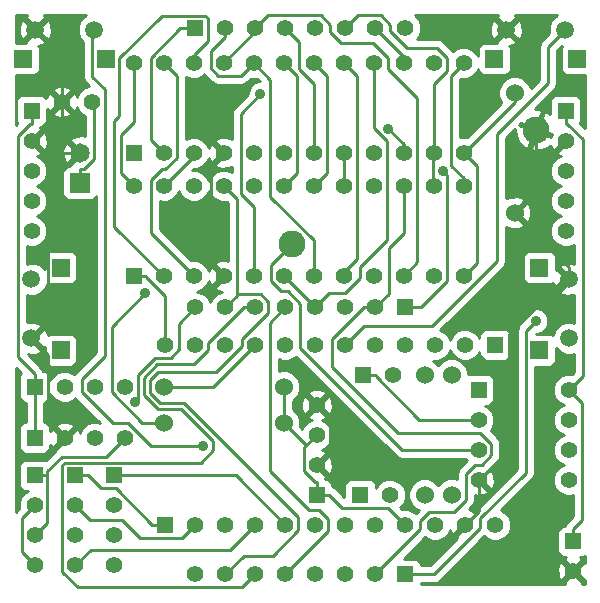
<source format=gbl>
G04 (created by PCBNEW (2013-07-07 BZR 4022)-stable) date 01/06/2014 15:28:08*
%MOIN*%
G04 Gerber Fmt 3.4, Leading zero omitted, Abs format*
%FSLAX34Y34*%
G01*
G70*
G90*
G04 APERTURE LIST*
%ADD10C,0.00590551*%
%ADD11R,0.055X0.055*%
%ADD12C,0.055*%
%ADD13C,0.06*%
%ADD14R,0.065X0.065*%
%ADD15C,0.065*%
%ADD16C,0.09*%
%ADD17C,0.0590551*%
%ADD18R,0.0590551X0.0590551*%
%ADD19C,0.035*%
%ADD20C,0.01*%
G04 APERTURE END LIST*
G54D10*
G54D11*
X78750Y-29450D03*
G54D12*
X79750Y-29450D03*
X80750Y-29450D03*
X81750Y-29450D03*
X82750Y-29450D03*
X83750Y-29450D03*
X84750Y-29450D03*
X85750Y-29450D03*
G54D11*
X85750Y-47650D03*
G54D12*
X84750Y-47650D03*
X83750Y-47650D03*
X82750Y-47650D03*
X81750Y-47650D03*
X80750Y-47650D03*
X79750Y-47650D03*
X78750Y-47650D03*
G54D13*
X89400Y-31600D03*
X89400Y-35600D03*
X81700Y-42600D03*
X77700Y-42600D03*
G54D11*
X76700Y-33600D03*
G54D12*
X77700Y-33600D03*
X78700Y-33600D03*
X79700Y-33600D03*
X80700Y-33600D03*
X81700Y-33600D03*
X82700Y-33600D03*
X83700Y-33600D03*
X84700Y-33600D03*
X85700Y-33600D03*
X86700Y-33600D03*
X87700Y-33600D03*
X87700Y-30600D03*
X86700Y-30600D03*
X85700Y-30600D03*
X84700Y-30600D03*
X83700Y-30600D03*
X82700Y-30600D03*
X81700Y-30600D03*
X80700Y-30600D03*
X79700Y-30600D03*
X78700Y-30600D03*
X77700Y-30600D03*
X76700Y-30600D03*
G54D14*
X74900Y-34600D03*
G54D15*
X74900Y-33600D03*
G54D12*
X74300Y-31900D03*
X75300Y-31900D03*
G54D11*
X85750Y-38750D03*
G54D12*
X84750Y-38750D03*
X83750Y-38750D03*
X82750Y-38750D03*
X81750Y-38750D03*
X80750Y-38750D03*
X79750Y-38750D03*
X78750Y-38750D03*
G54D11*
X77750Y-46000D03*
G54D12*
X78750Y-46000D03*
X79750Y-46000D03*
X80750Y-46000D03*
X81750Y-46000D03*
X82750Y-46000D03*
X83750Y-46000D03*
X84750Y-46000D03*
X85750Y-46000D03*
X86750Y-46000D03*
X87750Y-46000D03*
X88750Y-46000D03*
G54D11*
X88750Y-40000D03*
G54D12*
X87750Y-40000D03*
X86750Y-40000D03*
X85750Y-40000D03*
X84750Y-40000D03*
X83750Y-40000D03*
X82750Y-40000D03*
X81750Y-40000D03*
X80750Y-40000D03*
X79750Y-40000D03*
X78750Y-40000D03*
X77750Y-40000D03*
G54D11*
X76700Y-37700D03*
G54D12*
X77700Y-37700D03*
X78700Y-37700D03*
X79700Y-37700D03*
X80700Y-37700D03*
X81700Y-37700D03*
X82700Y-37700D03*
X83700Y-37700D03*
X84700Y-37700D03*
X85700Y-37700D03*
X86700Y-37700D03*
X87700Y-37700D03*
X87700Y-34700D03*
X86700Y-34700D03*
X85700Y-34700D03*
X84700Y-34700D03*
X83700Y-34700D03*
X82700Y-34700D03*
X81700Y-34700D03*
X80700Y-34700D03*
X79700Y-34700D03*
X78700Y-34700D03*
X77700Y-34700D03*
X76700Y-34700D03*
G54D11*
X73400Y-43100D03*
G54D12*
X74400Y-43100D03*
X75400Y-43100D03*
X76400Y-43100D03*
G54D11*
X84250Y-45000D03*
G54D12*
X85250Y-45000D03*
G54D13*
X81700Y-41400D03*
X77700Y-41400D03*
X87300Y-45000D03*
X87300Y-41000D03*
X86400Y-45000D03*
X86400Y-41000D03*
G54D11*
X88200Y-41500D03*
G54D12*
X88200Y-42500D03*
X88200Y-43500D03*
X88200Y-44500D03*
X91200Y-44500D03*
X91200Y-43500D03*
X91200Y-42500D03*
X91200Y-41500D03*
G54D16*
X90118Y-32832D03*
X81962Y-36635D03*
G54D11*
X73400Y-41400D03*
G54D12*
X74400Y-41400D03*
X75400Y-41400D03*
X76400Y-41400D03*
G54D11*
X82800Y-45000D03*
G54D12*
X82800Y-44000D03*
X82800Y-43000D03*
X82800Y-42000D03*
G54D17*
X91209Y-39784D03*
X91209Y-37815D03*
G54D18*
X90225Y-40177D03*
X90225Y-37422D03*
G54D17*
X73290Y-37815D03*
X73290Y-39784D03*
G54D18*
X74274Y-37422D03*
X74274Y-40177D03*
G54D17*
X91084Y-29490D03*
X89115Y-29490D03*
G54D18*
X91477Y-30474D03*
X88722Y-30474D03*
G54D17*
X75384Y-29490D03*
X73415Y-29490D03*
G54D18*
X75777Y-30474D03*
X73022Y-30474D03*
G54D11*
X73300Y-32200D03*
G54D12*
X73300Y-33200D03*
X73300Y-34200D03*
X73300Y-35200D03*
X73300Y-36200D03*
G54D11*
X91100Y-32200D03*
G54D12*
X91100Y-33200D03*
X91100Y-34200D03*
X91100Y-35200D03*
X91100Y-36200D03*
G54D11*
X73400Y-44350D03*
G54D12*
X73400Y-45350D03*
X73400Y-46350D03*
X73400Y-47350D03*
G54D11*
X74750Y-44350D03*
G54D12*
X74750Y-45350D03*
X74750Y-46350D03*
X74750Y-47350D03*
G54D11*
X76050Y-44350D03*
G54D12*
X76050Y-45350D03*
X76050Y-46350D03*
X76050Y-47350D03*
G54D11*
X84350Y-41000D03*
G54D12*
X85350Y-41000D03*
G54D11*
X91350Y-46550D03*
G54D12*
X91350Y-47550D03*
G54D19*
X86999Y-34210D03*
X90099Y-39201D03*
X80921Y-31645D03*
X85186Y-32805D03*
X76751Y-41907D03*
X79025Y-43356D03*
X77091Y-38277D03*
G54D20*
X78700Y-33700D02*
X78700Y-33600D01*
X77700Y-34700D02*
X78700Y-33700D01*
X87139Y-34350D02*
X86999Y-34210D01*
X87139Y-37885D02*
X87139Y-34350D01*
X86275Y-38750D02*
X87139Y-37885D01*
X85750Y-38750D02*
X86275Y-38750D01*
X86704Y-47650D02*
X85750Y-47650D01*
X88250Y-46104D02*
X86704Y-47650D01*
X88250Y-45783D02*
X88250Y-46104D01*
X89770Y-44262D02*
X88250Y-45783D01*
X89770Y-39530D02*
X89770Y-44262D01*
X90099Y-39201D02*
X89770Y-39530D01*
X79750Y-29732D02*
X79750Y-29450D01*
X79268Y-30214D02*
X79750Y-29732D01*
X79268Y-30777D02*
X79268Y-30214D01*
X79524Y-31033D02*
X79268Y-30777D01*
X80266Y-31033D02*
X79524Y-31033D01*
X80700Y-30600D02*
X80266Y-31033D01*
X81256Y-31156D02*
X80700Y-30600D01*
X81256Y-35071D02*
X81256Y-31156D01*
X82700Y-36515D02*
X81256Y-35071D01*
X82700Y-37700D02*
X82700Y-36515D01*
X80750Y-29550D02*
X80750Y-29450D01*
X79700Y-30600D02*
X80750Y-29550D01*
X81179Y-29020D02*
X80750Y-29450D01*
X82935Y-29020D02*
X81179Y-29020D01*
X83250Y-29335D02*
X82935Y-29020D01*
X83250Y-29571D02*
X83250Y-29335D01*
X83603Y-29925D02*
X83250Y-29571D01*
X84664Y-29925D02*
X83603Y-29925D01*
X85191Y-30452D02*
X84664Y-29925D01*
X85191Y-30808D02*
X85191Y-30452D01*
X86146Y-31763D02*
X85191Y-30808D01*
X86146Y-37253D02*
X86146Y-31763D01*
X85700Y-37700D02*
X86146Y-37253D01*
X82700Y-31316D02*
X82700Y-33600D01*
X82200Y-30816D02*
X82700Y-31316D01*
X82200Y-29900D02*
X82200Y-30816D01*
X81750Y-29450D02*
X82200Y-29900D01*
X78700Y-30330D02*
X78700Y-30600D01*
X79175Y-29855D02*
X78700Y-30330D01*
X79175Y-29108D02*
X79175Y-29855D01*
X79091Y-29024D02*
X79175Y-29108D01*
X77641Y-29024D02*
X79091Y-29024D01*
X76223Y-30442D02*
X77641Y-29024D01*
X76223Y-32372D02*
X76223Y-30442D01*
X76056Y-32539D02*
X76223Y-32372D01*
X76056Y-36056D02*
X76056Y-32539D01*
X77700Y-37700D02*
X76056Y-36056D01*
X84188Y-29011D02*
X83750Y-29450D01*
X84926Y-29011D02*
X84188Y-29011D01*
X85250Y-29335D02*
X84926Y-29011D01*
X85250Y-29551D02*
X85250Y-29335D01*
X85794Y-30095D02*
X85250Y-29551D01*
X86804Y-30095D02*
X85794Y-30095D01*
X87133Y-30424D02*
X86804Y-30095D01*
X87133Y-30883D02*
X87133Y-30424D01*
X86700Y-31316D02*
X87133Y-30883D01*
X86700Y-33600D02*
X86700Y-31316D01*
X86674Y-34674D02*
X86700Y-34700D01*
X86674Y-33625D02*
X86674Y-34674D01*
X86700Y-33600D02*
X86674Y-33625D01*
X85700Y-30400D02*
X84750Y-29450D01*
X85700Y-30600D02*
X85700Y-30400D01*
X80267Y-32300D02*
X80921Y-31645D01*
X80267Y-34984D02*
X80267Y-32300D01*
X80700Y-35416D02*
X80267Y-34984D01*
X80700Y-37700D02*
X80700Y-35416D01*
X83700Y-37582D02*
X83700Y-37700D01*
X84137Y-37145D02*
X83700Y-37582D01*
X84137Y-31037D02*
X84137Y-37145D01*
X83700Y-30600D02*
X84137Y-31037D01*
X85200Y-38300D02*
X84750Y-38750D01*
X85200Y-36762D02*
X85200Y-38300D01*
X85700Y-36262D02*
X85200Y-36762D01*
X85700Y-34700D02*
X85700Y-36262D01*
X86250Y-46150D02*
X84750Y-47650D01*
X86250Y-45880D02*
X86250Y-46150D01*
X86555Y-45574D02*
X86250Y-45880D01*
X87362Y-45574D02*
X86555Y-45574D01*
X87774Y-45163D02*
X87362Y-45574D01*
X87774Y-44297D02*
X87774Y-45163D01*
X88071Y-44000D02*
X87774Y-44297D01*
X88301Y-44000D02*
X88071Y-44000D01*
X88625Y-43676D02*
X88301Y-44000D01*
X88625Y-43304D02*
X88625Y-43676D01*
X88253Y-42932D02*
X88625Y-43304D01*
X85520Y-42932D02*
X88253Y-42932D01*
X83321Y-40733D02*
X85520Y-42932D01*
X83321Y-39812D02*
X83321Y-40733D01*
X84383Y-38750D02*
X83321Y-39812D01*
X84750Y-38750D02*
X84383Y-38750D01*
X81700Y-37700D02*
X82750Y-38750D01*
X83222Y-38277D02*
X82750Y-38750D01*
X83747Y-38277D02*
X83222Y-38277D01*
X84237Y-37787D02*
X83747Y-38277D01*
X84237Y-37407D02*
X84237Y-37787D01*
X85141Y-36503D02*
X84237Y-37407D01*
X85141Y-33219D02*
X85141Y-36503D01*
X84700Y-32778D02*
X85141Y-33219D01*
X84700Y-30600D02*
X84700Y-32778D01*
X83700Y-34700D02*
X83700Y-33600D01*
X81239Y-39260D02*
X81750Y-38750D01*
X81239Y-44205D02*
X81239Y-39260D01*
X82538Y-45504D02*
X81239Y-44205D01*
X82883Y-45504D02*
X82538Y-45504D01*
X83186Y-45807D02*
X82883Y-45504D01*
X83186Y-46213D02*
X83186Y-45807D01*
X81750Y-47650D02*
X83186Y-46213D01*
X78128Y-31028D02*
X77700Y-30600D01*
X78128Y-33777D02*
X78128Y-31028D01*
X77755Y-34150D02*
X78128Y-33777D01*
X77633Y-34150D02*
X77755Y-34150D01*
X77266Y-34516D02*
X77633Y-34150D01*
X77266Y-36266D02*
X77266Y-34516D01*
X78700Y-37700D02*
X77266Y-36266D01*
X80324Y-48075D02*
X80750Y-47650D01*
X74842Y-48075D02*
X80324Y-48075D01*
X74324Y-47558D02*
X74842Y-48075D01*
X74324Y-44012D02*
X74324Y-47558D01*
X74411Y-43924D02*
X74324Y-44012D01*
X78933Y-43924D02*
X74411Y-43924D01*
X79358Y-43499D02*
X78933Y-43924D01*
X79358Y-43216D02*
X79358Y-43499D01*
X78287Y-42146D02*
X79358Y-43216D01*
X77496Y-42146D02*
X78287Y-42146D01*
X77036Y-41686D02*
X77496Y-42146D01*
X77036Y-41102D02*
X77036Y-41686D01*
X77490Y-40648D02*
X77036Y-41102D01*
X78716Y-40648D02*
X77490Y-40648D01*
X79179Y-40186D02*
X78716Y-40648D01*
X79179Y-39952D02*
X79179Y-40186D01*
X80381Y-38750D02*
X79179Y-39952D01*
X80750Y-38750D02*
X80381Y-38750D01*
X85700Y-33318D02*
X85700Y-33600D01*
X85186Y-32805D02*
X85700Y-33318D01*
X80374Y-47025D02*
X79750Y-47650D01*
X81348Y-47025D02*
X80374Y-47025D01*
X82186Y-46187D02*
X81348Y-47025D01*
X82186Y-45749D02*
X82186Y-46187D01*
X78383Y-41946D02*
X82186Y-45749D01*
X77579Y-41946D02*
X78383Y-41946D01*
X77236Y-41603D02*
X77579Y-41946D01*
X77236Y-41185D02*
X77236Y-41603D01*
X77502Y-40919D02*
X77236Y-41185D01*
X79431Y-40919D02*
X77502Y-40919D01*
X80320Y-40030D02*
X79431Y-40919D01*
X80320Y-39804D02*
X80320Y-40030D01*
X81189Y-38935D02*
X80320Y-39804D01*
X81189Y-38577D02*
X81189Y-38935D01*
X80932Y-38320D02*
X81189Y-38577D01*
X80136Y-38320D02*
X80932Y-38320D01*
X80136Y-35136D02*
X80136Y-38320D01*
X79700Y-34700D02*
X80136Y-35136D01*
X80136Y-38363D02*
X79750Y-38750D01*
X80136Y-38320D02*
X80136Y-38363D01*
X76835Y-41823D02*
X76751Y-41907D01*
X76835Y-41277D02*
X76835Y-41823D01*
X76836Y-41276D02*
X76835Y-41277D01*
X76836Y-41019D02*
X76836Y-41276D01*
X77407Y-40448D02*
X76836Y-41019D01*
X77664Y-40448D02*
X77407Y-40448D01*
X77687Y-40425D02*
X77664Y-40448D01*
X77926Y-40425D02*
X77687Y-40425D01*
X78204Y-40147D02*
X77926Y-40425D01*
X78204Y-39295D02*
X78204Y-40147D01*
X78750Y-38750D02*
X78204Y-39295D01*
X77266Y-33166D02*
X77700Y-33600D01*
X77266Y-30429D02*
X77266Y-33166D01*
X78246Y-29450D02*
X77266Y-30429D01*
X78750Y-29450D02*
X78246Y-29450D01*
X80100Y-44350D02*
X81750Y-46000D01*
X76050Y-44350D02*
X80100Y-44350D01*
X73400Y-44350D02*
X73825Y-44350D01*
X73825Y-45924D02*
X73825Y-44350D01*
X73400Y-46350D02*
X73825Y-45924D01*
X73825Y-44208D02*
X73825Y-44350D01*
X74308Y-43724D02*
X73825Y-44208D01*
X75775Y-43724D02*
X74308Y-43724D01*
X76400Y-43100D02*
X75775Y-43724D01*
X72968Y-46918D02*
X73400Y-47350D01*
X72968Y-45781D02*
X72968Y-46918D01*
X73400Y-45350D02*
X72968Y-45781D01*
X87272Y-31027D02*
X87700Y-30600D01*
X87272Y-34023D02*
X87272Y-31027D01*
X87700Y-34451D02*
X87272Y-34023D01*
X87700Y-34700D02*
X87700Y-34451D01*
X76100Y-44775D02*
X77324Y-46000D01*
X75600Y-44775D02*
X76100Y-44775D01*
X75175Y-44350D02*
X75600Y-44775D01*
X74750Y-44350D02*
X75175Y-44350D01*
X77750Y-46000D02*
X77324Y-46000D01*
X78324Y-46425D02*
X78750Y-46000D01*
X76900Y-46425D02*
X78324Y-46425D01*
X76324Y-45850D02*
X76900Y-46425D01*
X75250Y-45850D02*
X76324Y-45850D01*
X74750Y-45350D02*
X75250Y-45850D01*
X79925Y-46825D02*
X80750Y-46000D01*
X75275Y-46825D02*
X79925Y-46825D01*
X74750Y-47350D02*
X75275Y-46825D01*
X79025Y-43356D02*
X79025Y-43356D01*
X77268Y-43356D02*
X79025Y-43356D01*
X76512Y-42600D02*
X77268Y-43356D01*
X75993Y-42600D02*
X76512Y-42600D01*
X74970Y-41577D02*
X75993Y-42600D01*
X74970Y-41147D02*
X74970Y-41577D01*
X75744Y-40373D02*
X74970Y-41147D01*
X75744Y-31486D02*
X75744Y-40373D01*
X75316Y-31057D02*
X75744Y-31486D01*
X75316Y-29558D02*
X75316Y-31057D01*
X75384Y-29490D02*
X75316Y-29558D01*
X84375Y-39375D02*
X83750Y-40000D01*
X86629Y-39375D02*
X84375Y-39375D01*
X88814Y-37189D02*
X86629Y-39375D01*
X88814Y-32982D02*
X88814Y-37189D01*
X90512Y-31284D02*
X88814Y-32982D01*
X90512Y-30062D02*
X90512Y-31284D01*
X91084Y-29490D02*
X90512Y-30062D01*
X79350Y-41400D02*
X77700Y-41400D01*
X80750Y-40000D02*
X79350Y-41400D01*
X88127Y-37272D02*
X87700Y-37700D01*
X88127Y-34027D02*
X88127Y-37272D01*
X87700Y-33600D02*
X88127Y-34027D01*
X89400Y-31900D02*
X89400Y-31600D01*
X87700Y-33600D02*
X89400Y-31900D01*
X76700Y-37700D02*
X77125Y-37700D01*
X77125Y-37753D02*
X77125Y-37700D01*
X77750Y-38378D02*
X77125Y-37753D01*
X77750Y-40000D02*
X77750Y-38378D01*
X76700Y-32574D02*
X76700Y-30600D01*
X76274Y-32999D02*
X76700Y-32574D01*
X76274Y-34274D02*
X76274Y-32999D01*
X76700Y-34700D02*
X76274Y-34274D01*
X75960Y-39408D02*
X77091Y-38277D01*
X75960Y-41576D02*
X75960Y-39408D01*
X76983Y-42600D02*
X75960Y-41576D01*
X77700Y-42600D02*
X76983Y-42600D01*
X83128Y-31028D02*
X82700Y-30600D01*
X83128Y-34271D02*
X83128Y-31028D01*
X82700Y-34700D02*
X83128Y-34271D01*
X81274Y-37322D02*
X81962Y-36635D01*
X81274Y-37877D02*
X81274Y-37322D01*
X81617Y-38219D02*
X81274Y-37877D01*
X81826Y-38219D02*
X81617Y-38219D01*
X82250Y-38642D02*
X81826Y-38219D01*
X82250Y-40111D02*
X82250Y-38642D01*
X85638Y-43500D02*
X82250Y-40111D01*
X88200Y-43500D02*
X85638Y-43500D01*
X83231Y-42431D02*
X82800Y-42000D01*
X83231Y-43568D02*
X83231Y-42431D01*
X82800Y-44000D02*
X83231Y-43568D01*
X79262Y-34037D02*
X79700Y-33600D01*
X79262Y-37262D02*
X79262Y-34037D01*
X79700Y-37700D02*
X79262Y-37262D01*
X73829Y-40322D02*
X73290Y-39784D01*
X73829Y-42529D02*
X73829Y-40322D01*
X74400Y-43100D02*
X73829Y-42529D01*
X90118Y-34881D02*
X89400Y-35600D01*
X90118Y-32832D02*
X90118Y-34881D01*
X91209Y-37409D02*
X91209Y-37815D01*
X89400Y-35600D02*
X91209Y-37409D01*
X73829Y-33729D02*
X73829Y-33729D01*
X73829Y-39245D02*
X73829Y-33729D01*
X73290Y-39784D02*
X73829Y-39245D01*
X73829Y-33729D02*
X73300Y-33200D01*
X74300Y-30374D02*
X74300Y-31900D01*
X73415Y-29490D02*
X74300Y-30374D01*
X74300Y-33600D02*
X74900Y-33600D01*
X74300Y-31900D02*
X74300Y-33600D01*
X74170Y-33729D02*
X73829Y-33729D01*
X74300Y-33600D02*
X74170Y-33729D01*
X89198Y-43501D02*
X88200Y-44500D01*
X89198Y-39643D02*
X89198Y-43501D01*
X91026Y-37815D02*
X89198Y-39643D01*
X91209Y-37815D02*
X91026Y-37815D01*
X88200Y-45550D02*
X87750Y-46000D01*
X88200Y-44500D02*
X88200Y-45550D01*
X84775Y-41053D02*
X84775Y-41000D01*
X86221Y-42500D02*
X84775Y-41053D01*
X88200Y-42500D02*
X86221Y-42500D01*
X84350Y-41000D02*
X84775Y-41000D01*
X91350Y-46550D02*
X91350Y-46124D01*
X91629Y-41929D02*
X91200Y-41500D01*
X91629Y-45845D02*
X91629Y-41929D01*
X91350Y-46124D02*
X91629Y-45845D01*
X73400Y-41400D02*
X73400Y-43100D01*
X83650Y-45425D02*
X83225Y-45000D01*
X85175Y-45425D02*
X83650Y-45425D01*
X85750Y-46000D02*
X85175Y-45425D01*
X82800Y-45000D02*
X83225Y-45000D01*
X72834Y-40408D02*
X73400Y-40974D01*
X72834Y-33037D02*
X72834Y-40408D01*
X73246Y-32625D02*
X72834Y-33037D01*
X73300Y-32625D02*
X73246Y-32625D01*
X73300Y-32200D02*
X73300Y-32625D01*
X73400Y-41400D02*
X73400Y-40974D01*
X74900Y-34600D02*
X74900Y-34124D01*
X75048Y-34124D02*
X74900Y-34124D01*
X75375Y-33798D02*
X75048Y-34124D01*
X75375Y-31975D02*
X75375Y-33798D01*
X75300Y-31900D02*
X75375Y-31975D01*
X82800Y-45000D02*
X82800Y-44574D01*
X81700Y-41400D02*
X81700Y-42600D01*
X81700Y-42600D02*
X82450Y-43350D01*
X82800Y-43000D02*
X82450Y-43350D01*
X82746Y-44574D02*
X82800Y-44574D01*
X82374Y-44202D02*
X82746Y-44574D01*
X82374Y-43425D02*
X82374Y-44202D01*
X82450Y-43350D02*
X82374Y-43425D01*
X91673Y-41026D02*
X91200Y-41500D01*
X91673Y-33145D02*
X91673Y-41026D01*
X91153Y-32625D02*
X91673Y-33145D01*
X91100Y-32625D02*
X91153Y-32625D01*
X91100Y-32200D02*
X91100Y-32625D01*
X82137Y-34262D02*
X81700Y-34700D01*
X82137Y-31037D02*
X82137Y-34262D01*
X81700Y-30600D02*
X82137Y-31037D01*
G54D10*
G36*
X75444Y-40249D02*
X74820Y-40873D01*
X74820Y-40423D01*
X74820Y-39833D01*
X74782Y-39741D01*
X74711Y-39670D01*
X74620Y-39632D01*
X74520Y-39632D01*
X73930Y-39632D01*
X73838Y-39670D01*
X73831Y-39677D01*
X73829Y-39648D01*
X73767Y-39499D01*
X73673Y-39472D01*
X73361Y-39784D01*
X73673Y-40096D01*
X73729Y-40080D01*
X73729Y-40522D01*
X73767Y-40614D01*
X73837Y-40685D01*
X73929Y-40723D01*
X74029Y-40723D01*
X74619Y-40723D01*
X74711Y-40685D01*
X74781Y-40615D01*
X74820Y-40523D01*
X74820Y-40423D01*
X74820Y-40873D01*
X74758Y-40935D01*
X74726Y-40983D01*
X74697Y-40955D01*
X74504Y-40875D01*
X74296Y-40874D01*
X74103Y-40954D01*
X73955Y-41102D01*
X73925Y-41174D01*
X73925Y-41075D01*
X73887Y-40983D01*
X73816Y-40913D01*
X73724Y-40875D01*
X73680Y-40875D01*
X73680Y-40875D01*
X73677Y-40860D01*
X73612Y-40762D01*
X73612Y-40762D01*
X73169Y-40319D01*
X73209Y-40334D01*
X73426Y-40323D01*
X73575Y-40261D01*
X73602Y-40166D01*
X73290Y-39854D01*
X73284Y-39860D01*
X73214Y-39789D01*
X73219Y-39784D01*
X73214Y-39778D01*
X73284Y-39707D01*
X73290Y-39713D01*
X73602Y-39401D01*
X73575Y-39306D01*
X73371Y-39234D01*
X73154Y-39245D01*
X73134Y-39253D01*
X73134Y-38341D01*
X73181Y-38360D01*
X73398Y-38361D01*
X73599Y-38278D01*
X73752Y-38125D01*
X73835Y-37926D01*
X73837Y-37929D01*
X73929Y-37967D01*
X74029Y-37967D01*
X74619Y-37967D01*
X74711Y-37929D01*
X74781Y-37859D01*
X74820Y-37767D01*
X74820Y-37667D01*
X74820Y-37077D01*
X74782Y-36985D01*
X74711Y-36914D01*
X74620Y-36876D01*
X74520Y-36876D01*
X73930Y-36876D01*
X73838Y-36914D01*
X73829Y-36922D01*
X73829Y-33275D01*
X73818Y-33067D01*
X73760Y-32927D01*
X73667Y-32902D01*
X73370Y-33200D01*
X73667Y-33497D01*
X73760Y-33472D01*
X73829Y-33275D01*
X73829Y-36922D01*
X73767Y-36984D01*
X73729Y-37076D01*
X73729Y-37176D01*
X73729Y-37483D01*
X73599Y-37353D01*
X73399Y-37270D01*
X73182Y-37270D01*
X73134Y-37290D01*
X73134Y-36699D01*
X73195Y-36724D01*
X73403Y-36725D01*
X73597Y-36645D01*
X73744Y-36497D01*
X73824Y-36304D01*
X73825Y-36096D01*
X73745Y-35903D01*
X73597Y-35755D01*
X73464Y-35699D01*
X73597Y-35645D01*
X73744Y-35497D01*
X73824Y-35304D01*
X73825Y-35096D01*
X73745Y-34903D01*
X73597Y-34755D01*
X73464Y-34699D01*
X73597Y-34645D01*
X73744Y-34497D01*
X73824Y-34304D01*
X73825Y-34096D01*
X73745Y-33903D01*
X73597Y-33755D01*
X73471Y-33702D01*
X73572Y-33660D01*
X73597Y-33567D01*
X73300Y-33270D01*
X73294Y-33276D01*
X73223Y-33205D01*
X73229Y-33200D01*
X73223Y-33194D01*
X73294Y-33123D01*
X73300Y-33129D01*
X73597Y-32832D01*
X73574Y-32744D01*
X73577Y-32739D01*
X73580Y-32725D01*
X73624Y-32725D01*
X73716Y-32687D01*
X73786Y-32616D01*
X73824Y-32524D01*
X73825Y-32425D01*
X73825Y-32138D01*
X73839Y-32172D01*
X73932Y-32197D01*
X74229Y-31900D01*
X73965Y-31636D01*
X73965Y-29571D01*
X73954Y-29354D01*
X73893Y-29205D01*
X73798Y-29178D01*
X73486Y-29490D01*
X73798Y-29802D01*
X73893Y-29775D01*
X73965Y-29571D01*
X73965Y-31636D01*
X73932Y-31602D01*
X73839Y-31627D01*
X73785Y-31781D01*
X73716Y-31713D01*
X73624Y-31675D01*
X73525Y-31674D01*
X72975Y-31674D01*
X72883Y-31712D01*
X72813Y-31783D01*
X72775Y-31875D01*
X72774Y-31974D01*
X72774Y-32524D01*
X72812Y-32616D01*
X72822Y-32625D01*
X72769Y-32678D01*
X72769Y-31020D01*
X72776Y-31020D01*
X73366Y-31020D01*
X73458Y-30982D01*
X73529Y-30911D01*
X73567Y-30820D01*
X73567Y-30720D01*
X73567Y-30130D01*
X73529Y-30038D01*
X73522Y-30031D01*
X73551Y-30029D01*
X73700Y-29967D01*
X73727Y-29873D01*
X73415Y-29561D01*
X73345Y-29631D01*
X73345Y-29490D01*
X73033Y-29178D01*
X72938Y-29205D01*
X72865Y-29409D01*
X72876Y-29626D01*
X72938Y-29775D01*
X73033Y-29802D01*
X73345Y-29490D01*
X73345Y-29631D01*
X73103Y-29873D01*
X73119Y-29929D01*
X72769Y-29929D01*
X72769Y-29019D01*
X73128Y-29019D01*
X73103Y-29108D01*
X73415Y-29419D01*
X73727Y-29108D01*
X73702Y-29019D01*
X75095Y-29019D01*
X75075Y-29028D01*
X74922Y-29181D01*
X74839Y-29381D01*
X74838Y-29598D01*
X74921Y-29799D01*
X75016Y-29894D01*
X75016Y-31057D01*
X75039Y-31172D01*
X75104Y-31270D01*
X75209Y-31374D01*
X75196Y-31374D01*
X75003Y-31454D01*
X74855Y-31602D01*
X74802Y-31728D01*
X74760Y-31627D01*
X74667Y-31602D01*
X74597Y-31673D01*
X74597Y-31532D01*
X74572Y-31439D01*
X74375Y-31370D01*
X74167Y-31381D01*
X74027Y-31439D01*
X74002Y-31532D01*
X74300Y-31829D01*
X74597Y-31532D01*
X74597Y-31673D01*
X74370Y-31900D01*
X74667Y-32197D01*
X74760Y-32172D01*
X74799Y-32062D01*
X74854Y-32197D01*
X75002Y-32344D01*
X75075Y-32375D01*
X75075Y-33051D01*
X74987Y-33020D01*
X74759Y-33030D01*
X74597Y-33098D01*
X74597Y-33098D01*
X74597Y-32267D01*
X74300Y-31970D01*
X74002Y-32267D01*
X74027Y-32360D01*
X74224Y-32429D01*
X74432Y-32418D01*
X74572Y-32360D01*
X74597Y-32267D01*
X74597Y-33098D01*
X74566Y-33195D01*
X74900Y-33529D01*
X74905Y-33523D01*
X74976Y-33594D01*
X74970Y-33600D01*
X74976Y-33605D01*
X74905Y-33676D01*
X74900Y-33670D01*
X74829Y-33741D01*
X74829Y-33600D01*
X74495Y-33266D01*
X74398Y-33297D01*
X74320Y-33512D01*
X74330Y-33740D01*
X74398Y-33902D01*
X74495Y-33933D01*
X74829Y-33600D01*
X74829Y-33741D01*
X74566Y-34004D01*
X74573Y-34024D01*
X74525Y-34024D01*
X74433Y-34062D01*
X74363Y-34133D01*
X74325Y-34225D01*
X74324Y-34324D01*
X74324Y-34974D01*
X74362Y-35066D01*
X74433Y-35136D01*
X74525Y-35174D01*
X74624Y-35175D01*
X75274Y-35175D01*
X75366Y-35137D01*
X75436Y-35066D01*
X75444Y-35047D01*
X75444Y-40249D01*
X75444Y-40249D01*
G37*
G54D20*
X75444Y-40249D02*
X74820Y-40873D01*
X74820Y-40423D01*
X74820Y-39833D01*
X74782Y-39741D01*
X74711Y-39670D01*
X74620Y-39632D01*
X74520Y-39632D01*
X73930Y-39632D01*
X73838Y-39670D01*
X73831Y-39677D01*
X73829Y-39648D01*
X73767Y-39499D01*
X73673Y-39472D01*
X73361Y-39784D01*
X73673Y-40096D01*
X73729Y-40080D01*
X73729Y-40522D01*
X73767Y-40614D01*
X73837Y-40685D01*
X73929Y-40723D01*
X74029Y-40723D01*
X74619Y-40723D01*
X74711Y-40685D01*
X74781Y-40615D01*
X74820Y-40523D01*
X74820Y-40423D01*
X74820Y-40873D01*
X74758Y-40935D01*
X74726Y-40983D01*
X74697Y-40955D01*
X74504Y-40875D01*
X74296Y-40874D01*
X74103Y-40954D01*
X73955Y-41102D01*
X73925Y-41174D01*
X73925Y-41075D01*
X73887Y-40983D01*
X73816Y-40913D01*
X73724Y-40875D01*
X73680Y-40875D01*
X73680Y-40875D01*
X73677Y-40860D01*
X73612Y-40762D01*
X73612Y-40762D01*
X73169Y-40319D01*
X73209Y-40334D01*
X73426Y-40323D01*
X73575Y-40261D01*
X73602Y-40166D01*
X73290Y-39854D01*
X73284Y-39860D01*
X73214Y-39789D01*
X73219Y-39784D01*
X73214Y-39778D01*
X73284Y-39707D01*
X73290Y-39713D01*
X73602Y-39401D01*
X73575Y-39306D01*
X73371Y-39234D01*
X73154Y-39245D01*
X73134Y-39253D01*
X73134Y-38341D01*
X73181Y-38360D01*
X73398Y-38361D01*
X73599Y-38278D01*
X73752Y-38125D01*
X73835Y-37926D01*
X73837Y-37929D01*
X73929Y-37967D01*
X74029Y-37967D01*
X74619Y-37967D01*
X74711Y-37929D01*
X74781Y-37859D01*
X74820Y-37767D01*
X74820Y-37667D01*
X74820Y-37077D01*
X74782Y-36985D01*
X74711Y-36914D01*
X74620Y-36876D01*
X74520Y-36876D01*
X73930Y-36876D01*
X73838Y-36914D01*
X73829Y-36922D01*
X73829Y-33275D01*
X73818Y-33067D01*
X73760Y-32927D01*
X73667Y-32902D01*
X73370Y-33200D01*
X73667Y-33497D01*
X73760Y-33472D01*
X73829Y-33275D01*
X73829Y-36922D01*
X73767Y-36984D01*
X73729Y-37076D01*
X73729Y-37176D01*
X73729Y-37483D01*
X73599Y-37353D01*
X73399Y-37270D01*
X73182Y-37270D01*
X73134Y-37290D01*
X73134Y-36699D01*
X73195Y-36724D01*
X73403Y-36725D01*
X73597Y-36645D01*
X73744Y-36497D01*
X73824Y-36304D01*
X73825Y-36096D01*
X73745Y-35903D01*
X73597Y-35755D01*
X73464Y-35699D01*
X73597Y-35645D01*
X73744Y-35497D01*
X73824Y-35304D01*
X73825Y-35096D01*
X73745Y-34903D01*
X73597Y-34755D01*
X73464Y-34699D01*
X73597Y-34645D01*
X73744Y-34497D01*
X73824Y-34304D01*
X73825Y-34096D01*
X73745Y-33903D01*
X73597Y-33755D01*
X73471Y-33702D01*
X73572Y-33660D01*
X73597Y-33567D01*
X73300Y-33270D01*
X73294Y-33276D01*
X73223Y-33205D01*
X73229Y-33200D01*
X73223Y-33194D01*
X73294Y-33123D01*
X73300Y-33129D01*
X73597Y-32832D01*
X73574Y-32744D01*
X73577Y-32739D01*
X73580Y-32725D01*
X73624Y-32725D01*
X73716Y-32687D01*
X73786Y-32616D01*
X73824Y-32524D01*
X73825Y-32425D01*
X73825Y-32138D01*
X73839Y-32172D01*
X73932Y-32197D01*
X74229Y-31900D01*
X73965Y-31636D01*
X73965Y-29571D01*
X73954Y-29354D01*
X73893Y-29205D01*
X73798Y-29178D01*
X73486Y-29490D01*
X73798Y-29802D01*
X73893Y-29775D01*
X73965Y-29571D01*
X73965Y-31636D01*
X73932Y-31602D01*
X73839Y-31627D01*
X73785Y-31781D01*
X73716Y-31713D01*
X73624Y-31675D01*
X73525Y-31674D01*
X72975Y-31674D01*
X72883Y-31712D01*
X72813Y-31783D01*
X72775Y-31875D01*
X72774Y-31974D01*
X72774Y-32524D01*
X72812Y-32616D01*
X72822Y-32625D01*
X72769Y-32678D01*
X72769Y-31020D01*
X72776Y-31020D01*
X73366Y-31020D01*
X73458Y-30982D01*
X73529Y-30911D01*
X73567Y-30820D01*
X73567Y-30720D01*
X73567Y-30130D01*
X73529Y-30038D01*
X73522Y-30031D01*
X73551Y-30029D01*
X73700Y-29967D01*
X73727Y-29873D01*
X73415Y-29561D01*
X73345Y-29631D01*
X73345Y-29490D01*
X73033Y-29178D01*
X72938Y-29205D01*
X72865Y-29409D01*
X72876Y-29626D01*
X72938Y-29775D01*
X73033Y-29802D01*
X73345Y-29490D01*
X73345Y-29631D01*
X73103Y-29873D01*
X73119Y-29929D01*
X72769Y-29929D01*
X72769Y-29019D01*
X73128Y-29019D01*
X73103Y-29108D01*
X73415Y-29419D01*
X73727Y-29108D01*
X73702Y-29019D01*
X75095Y-29019D01*
X75075Y-29028D01*
X74922Y-29181D01*
X74839Y-29381D01*
X74838Y-29598D01*
X74921Y-29799D01*
X75016Y-29894D01*
X75016Y-31057D01*
X75039Y-31172D01*
X75104Y-31270D01*
X75209Y-31374D01*
X75196Y-31374D01*
X75003Y-31454D01*
X74855Y-31602D01*
X74802Y-31728D01*
X74760Y-31627D01*
X74667Y-31602D01*
X74597Y-31673D01*
X74597Y-31532D01*
X74572Y-31439D01*
X74375Y-31370D01*
X74167Y-31381D01*
X74027Y-31439D01*
X74002Y-31532D01*
X74300Y-31829D01*
X74597Y-31532D01*
X74597Y-31673D01*
X74370Y-31900D01*
X74667Y-32197D01*
X74760Y-32172D01*
X74799Y-32062D01*
X74854Y-32197D01*
X75002Y-32344D01*
X75075Y-32375D01*
X75075Y-33051D01*
X74987Y-33020D01*
X74759Y-33030D01*
X74597Y-33098D01*
X74597Y-33098D01*
X74597Y-32267D01*
X74300Y-31970D01*
X74002Y-32267D01*
X74027Y-32360D01*
X74224Y-32429D01*
X74432Y-32418D01*
X74572Y-32360D01*
X74597Y-32267D01*
X74597Y-33098D01*
X74566Y-33195D01*
X74900Y-33529D01*
X74905Y-33523D01*
X74976Y-33594D01*
X74970Y-33600D01*
X74976Y-33605D01*
X74905Y-33676D01*
X74900Y-33670D01*
X74829Y-33741D01*
X74829Y-33600D01*
X74495Y-33266D01*
X74398Y-33297D01*
X74320Y-33512D01*
X74330Y-33740D01*
X74398Y-33902D01*
X74495Y-33933D01*
X74829Y-33600D01*
X74829Y-33741D01*
X74566Y-34004D01*
X74573Y-34024D01*
X74525Y-34024D01*
X74433Y-34062D01*
X74363Y-34133D01*
X74325Y-34225D01*
X74324Y-34324D01*
X74324Y-34974D01*
X74362Y-35066D01*
X74433Y-35136D01*
X74525Y-35174D01*
X74624Y-35175D01*
X75274Y-35175D01*
X75366Y-35137D01*
X75436Y-35066D01*
X75444Y-35047D01*
X75444Y-40249D01*
G54D10*
G36*
X75572Y-42603D02*
X75504Y-42575D01*
X75296Y-42574D01*
X75103Y-42654D01*
X74955Y-42802D01*
X74902Y-42928D01*
X74860Y-42827D01*
X74767Y-42802D01*
X74697Y-42873D01*
X74697Y-42732D01*
X74672Y-42639D01*
X74475Y-42570D01*
X74267Y-42581D01*
X74127Y-42639D01*
X74102Y-42732D01*
X74400Y-43029D01*
X74697Y-42732D01*
X74697Y-42873D01*
X74470Y-43100D01*
X74476Y-43105D01*
X74405Y-43176D01*
X74400Y-43170D01*
X74102Y-43467D01*
X74111Y-43502D01*
X74096Y-43512D01*
X73766Y-43842D01*
X73724Y-43825D01*
X73625Y-43824D01*
X73075Y-43824D01*
X72983Y-43862D01*
X72913Y-43933D01*
X72875Y-44025D01*
X72874Y-44124D01*
X72874Y-44674D01*
X72912Y-44766D01*
X72983Y-44836D01*
X73075Y-44874D01*
X73174Y-44875D01*
X73174Y-44875D01*
X73103Y-44904D01*
X72955Y-45052D01*
X72875Y-45245D01*
X72874Y-45450D01*
X72769Y-45556D01*
X72769Y-40768D01*
X72948Y-40947D01*
X72913Y-40983D01*
X72875Y-41075D01*
X72874Y-41174D01*
X72874Y-41724D01*
X72912Y-41816D01*
X72983Y-41886D01*
X73075Y-41924D01*
X73100Y-41924D01*
X73100Y-42574D01*
X73075Y-42574D01*
X72983Y-42612D01*
X72913Y-42683D01*
X72875Y-42775D01*
X72874Y-42874D01*
X72874Y-43424D01*
X72912Y-43516D01*
X72983Y-43586D01*
X73075Y-43624D01*
X73174Y-43625D01*
X73724Y-43625D01*
X73816Y-43587D01*
X73886Y-43516D01*
X73924Y-43424D01*
X73925Y-43337D01*
X73939Y-43372D01*
X74032Y-43397D01*
X74329Y-43100D01*
X74032Y-42802D01*
X73939Y-42827D01*
X73925Y-42868D01*
X73925Y-42775D01*
X73887Y-42683D01*
X73816Y-42613D01*
X73724Y-42575D01*
X73700Y-42575D01*
X73700Y-41925D01*
X73724Y-41925D01*
X73816Y-41887D01*
X73886Y-41816D01*
X73924Y-41724D01*
X73925Y-41625D01*
X73925Y-41625D01*
X73954Y-41697D01*
X74102Y-41844D01*
X74295Y-41924D01*
X74503Y-41925D01*
X74697Y-41845D01*
X74756Y-41786D01*
X74758Y-41789D01*
X75572Y-42603D01*
X75572Y-42603D01*
G37*
G54D20*
X75572Y-42603D02*
X75504Y-42575D01*
X75296Y-42574D01*
X75103Y-42654D01*
X74955Y-42802D01*
X74902Y-42928D01*
X74860Y-42827D01*
X74767Y-42802D01*
X74697Y-42873D01*
X74697Y-42732D01*
X74672Y-42639D01*
X74475Y-42570D01*
X74267Y-42581D01*
X74127Y-42639D01*
X74102Y-42732D01*
X74400Y-43029D01*
X74697Y-42732D01*
X74697Y-42873D01*
X74470Y-43100D01*
X74476Y-43105D01*
X74405Y-43176D01*
X74400Y-43170D01*
X74102Y-43467D01*
X74111Y-43502D01*
X74096Y-43512D01*
X73766Y-43842D01*
X73724Y-43825D01*
X73625Y-43824D01*
X73075Y-43824D01*
X72983Y-43862D01*
X72913Y-43933D01*
X72875Y-44025D01*
X72874Y-44124D01*
X72874Y-44674D01*
X72912Y-44766D01*
X72983Y-44836D01*
X73075Y-44874D01*
X73174Y-44875D01*
X73174Y-44875D01*
X73103Y-44904D01*
X72955Y-45052D01*
X72875Y-45245D01*
X72874Y-45450D01*
X72769Y-45556D01*
X72769Y-40768D01*
X72948Y-40947D01*
X72913Y-40983D01*
X72875Y-41075D01*
X72874Y-41174D01*
X72874Y-41724D01*
X72912Y-41816D01*
X72983Y-41886D01*
X73075Y-41924D01*
X73100Y-41924D01*
X73100Y-42574D01*
X73075Y-42574D01*
X72983Y-42612D01*
X72913Y-42683D01*
X72875Y-42775D01*
X72874Y-42874D01*
X72874Y-43424D01*
X72912Y-43516D01*
X72983Y-43586D01*
X73075Y-43624D01*
X73174Y-43625D01*
X73724Y-43625D01*
X73816Y-43587D01*
X73886Y-43516D01*
X73924Y-43424D01*
X73925Y-43337D01*
X73939Y-43372D01*
X74032Y-43397D01*
X74329Y-43100D01*
X74032Y-42802D01*
X73939Y-42827D01*
X73925Y-42868D01*
X73925Y-42775D01*
X73887Y-42683D01*
X73816Y-42613D01*
X73724Y-42575D01*
X73700Y-42575D01*
X73700Y-41925D01*
X73724Y-41925D01*
X73816Y-41887D01*
X73886Y-41816D01*
X73924Y-41724D01*
X73925Y-41625D01*
X73925Y-41625D01*
X73954Y-41697D01*
X74102Y-41844D01*
X74295Y-41924D01*
X74503Y-41925D01*
X74697Y-41845D01*
X74756Y-41786D01*
X74758Y-41789D01*
X75572Y-42603D01*
G54D10*
G36*
X76476Y-41405D02*
X76405Y-41476D01*
X76400Y-41470D01*
X76394Y-41476D01*
X76323Y-41405D01*
X76329Y-41400D01*
X76323Y-41394D01*
X76394Y-41323D01*
X76400Y-41329D01*
X76405Y-41323D01*
X76476Y-41394D01*
X76470Y-41400D01*
X76476Y-41405D01*
X76476Y-41405D01*
G37*
G54D20*
X76476Y-41405D02*
X76405Y-41476D01*
X76400Y-41470D01*
X76394Y-41476D01*
X76323Y-41405D01*
X76329Y-41400D01*
X76323Y-41394D01*
X76394Y-41323D01*
X76400Y-41329D01*
X76405Y-41323D01*
X76476Y-41394D01*
X76470Y-41400D01*
X76476Y-41405D01*
G54D10*
G36*
X79836Y-37191D02*
X79775Y-37170D01*
X79567Y-37181D01*
X79427Y-37239D01*
X79402Y-37332D01*
X79700Y-37629D01*
X79705Y-37623D01*
X79776Y-37694D01*
X79770Y-37700D01*
X79776Y-37705D01*
X79705Y-37776D01*
X79700Y-37770D01*
X79402Y-38067D01*
X79427Y-38160D01*
X79624Y-38229D01*
X79635Y-38229D01*
X79453Y-38304D01*
X79305Y-38452D01*
X79249Y-38585D01*
X79195Y-38453D01*
X79047Y-38305D01*
X78854Y-38225D01*
X78804Y-38225D01*
X78997Y-38145D01*
X79144Y-37997D01*
X79197Y-37871D01*
X79239Y-37972D01*
X79332Y-37997D01*
X79629Y-37700D01*
X79332Y-37402D01*
X79239Y-37427D01*
X79200Y-37537D01*
X79145Y-37403D01*
X78997Y-37255D01*
X78804Y-37175D01*
X78599Y-37174D01*
X77566Y-36142D01*
X77566Y-35213D01*
X77595Y-35224D01*
X77803Y-35225D01*
X77997Y-35145D01*
X78144Y-34997D01*
X78200Y-34864D01*
X78254Y-34997D01*
X78402Y-35144D01*
X78595Y-35224D01*
X78803Y-35225D01*
X78997Y-35145D01*
X79144Y-34997D01*
X79200Y-34864D01*
X79254Y-34997D01*
X79402Y-35144D01*
X79595Y-35224D01*
X79800Y-35225D01*
X79836Y-35260D01*
X79836Y-37191D01*
X79836Y-37191D01*
G37*
G54D20*
X79836Y-37191D02*
X79775Y-37170D01*
X79567Y-37181D01*
X79427Y-37239D01*
X79402Y-37332D01*
X79700Y-37629D01*
X79705Y-37623D01*
X79776Y-37694D01*
X79770Y-37700D01*
X79776Y-37705D01*
X79705Y-37776D01*
X79700Y-37770D01*
X79402Y-38067D01*
X79427Y-38160D01*
X79624Y-38229D01*
X79635Y-38229D01*
X79453Y-38304D01*
X79305Y-38452D01*
X79249Y-38585D01*
X79195Y-38453D01*
X79047Y-38305D01*
X78854Y-38225D01*
X78804Y-38225D01*
X78997Y-38145D01*
X79144Y-37997D01*
X79197Y-37871D01*
X79239Y-37972D01*
X79332Y-37997D01*
X79629Y-37700D01*
X79332Y-37402D01*
X79239Y-37427D01*
X79200Y-37537D01*
X79145Y-37403D01*
X78997Y-37255D01*
X78804Y-37175D01*
X78599Y-37174D01*
X77566Y-36142D01*
X77566Y-35213D01*
X77595Y-35224D01*
X77803Y-35225D01*
X77997Y-35145D01*
X78144Y-34997D01*
X78200Y-34864D01*
X78254Y-34997D01*
X78402Y-35144D01*
X78595Y-35224D01*
X78803Y-35225D01*
X78997Y-35145D01*
X79144Y-34997D01*
X79200Y-34864D01*
X79254Y-34997D01*
X79402Y-35144D01*
X79595Y-35224D01*
X79800Y-35225D01*
X79836Y-35260D01*
X79836Y-37191D01*
G54D10*
G36*
X80896Y-31220D02*
X80837Y-31220D01*
X80681Y-31285D01*
X80561Y-31404D01*
X80496Y-31560D01*
X80496Y-31646D01*
X80054Y-32088D01*
X79989Y-32185D01*
X79967Y-32300D01*
X79967Y-33137D01*
X79775Y-33070D01*
X79567Y-33081D01*
X79427Y-33139D01*
X79402Y-33232D01*
X79700Y-33529D01*
X79705Y-33523D01*
X79776Y-33594D01*
X79770Y-33600D01*
X79776Y-33605D01*
X79705Y-33676D01*
X79700Y-33670D01*
X79402Y-33967D01*
X79427Y-34060D01*
X79624Y-34129D01*
X79832Y-34118D01*
X79967Y-34062D01*
X79967Y-34242D01*
X79804Y-34175D01*
X79596Y-34174D01*
X79403Y-34254D01*
X79255Y-34402D01*
X79199Y-34535D01*
X79145Y-34403D01*
X78997Y-34255D01*
X78804Y-34175D01*
X78649Y-34174D01*
X78699Y-34124D01*
X78803Y-34125D01*
X78997Y-34045D01*
X79144Y-33897D01*
X79197Y-33771D01*
X79239Y-33872D01*
X79332Y-33897D01*
X79629Y-33600D01*
X79332Y-33302D01*
X79239Y-33327D01*
X79200Y-33437D01*
X79145Y-33303D01*
X78997Y-33155D01*
X78804Y-33075D01*
X78596Y-33074D01*
X78428Y-33144D01*
X78428Y-31055D01*
X78595Y-31124D01*
X78803Y-31125D01*
X78997Y-31045D01*
X79054Y-30987D01*
X79056Y-30989D01*
X79312Y-31245D01*
X79409Y-31310D01*
X79524Y-31333D01*
X80266Y-31333D01*
X80266Y-31333D01*
X80381Y-31310D01*
X80381Y-31310D01*
X80478Y-31245D01*
X80599Y-31124D01*
X80800Y-31125D01*
X80896Y-31220D01*
X80896Y-31220D01*
G37*
G54D20*
X80896Y-31220D02*
X80837Y-31220D01*
X80681Y-31285D01*
X80561Y-31404D01*
X80496Y-31560D01*
X80496Y-31646D01*
X80054Y-32088D01*
X79989Y-32185D01*
X79967Y-32300D01*
X79967Y-33137D01*
X79775Y-33070D01*
X79567Y-33081D01*
X79427Y-33139D01*
X79402Y-33232D01*
X79700Y-33529D01*
X79705Y-33523D01*
X79776Y-33594D01*
X79770Y-33600D01*
X79776Y-33605D01*
X79705Y-33676D01*
X79700Y-33670D01*
X79402Y-33967D01*
X79427Y-34060D01*
X79624Y-34129D01*
X79832Y-34118D01*
X79967Y-34062D01*
X79967Y-34242D01*
X79804Y-34175D01*
X79596Y-34174D01*
X79403Y-34254D01*
X79255Y-34402D01*
X79199Y-34535D01*
X79145Y-34403D01*
X78997Y-34255D01*
X78804Y-34175D01*
X78649Y-34174D01*
X78699Y-34124D01*
X78803Y-34125D01*
X78997Y-34045D01*
X79144Y-33897D01*
X79197Y-33771D01*
X79239Y-33872D01*
X79332Y-33897D01*
X79629Y-33600D01*
X79332Y-33302D01*
X79239Y-33327D01*
X79200Y-33437D01*
X79145Y-33303D01*
X78997Y-33155D01*
X78804Y-33075D01*
X78596Y-33074D01*
X78428Y-33144D01*
X78428Y-31055D01*
X78595Y-31124D01*
X78803Y-31125D01*
X78997Y-31045D01*
X79054Y-30987D01*
X79056Y-30989D01*
X79312Y-31245D01*
X79409Y-31310D01*
X79524Y-31333D01*
X80266Y-31333D01*
X80266Y-31333D01*
X80381Y-31310D01*
X80381Y-31310D01*
X80478Y-31245D01*
X80599Y-31124D01*
X80800Y-31125D01*
X80896Y-31220D01*
G54D10*
G36*
X84776Y-33605D02*
X84705Y-33676D01*
X84700Y-33670D01*
X84694Y-33676D01*
X84623Y-33605D01*
X84629Y-33600D01*
X84623Y-33594D01*
X84694Y-33523D01*
X84700Y-33529D01*
X84705Y-33523D01*
X84776Y-33594D01*
X84770Y-33600D01*
X84776Y-33605D01*
X84776Y-33605D01*
G37*
G54D20*
X84776Y-33605D02*
X84705Y-33676D01*
X84700Y-33670D01*
X84694Y-33676D01*
X84623Y-33605D01*
X84629Y-33600D01*
X84623Y-33594D01*
X84694Y-33523D01*
X84700Y-33529D01*
X84705Y-33523D01*
X84776Y-33594D01*
X84770Y-33600D01*
X84776Y-33605D01*
G54D10*
G36*
X84776Y-37705D02*
X84705Y-37776D01*
X84700Y-37770D01*
X84694Y-37776D01*
X84623Y-37705D01*
X84629Y-37700D01*
X84623Y-37694D01*
X84694Y-37623D01*
X84700Y-37629D01*
X84705Y-37623D01*
X84776Y-37694D01*
X84770Y-37700D01*
X84776Y-37705D01*
X84776Y-37705D01*
G37*
G54D20*
X84776Y-37705D02*
X84705Y-37776D01*
X84700Y-37770D01*
X84694Y-37776D01*
X84623Y-37705D01*
X84629Y-37700D01*
X84623Y-37694D01*
X84694Y-37623D01*
X84700Y-37629D01*
X84705Y-37623D01*
X84776Y-37694D01*
X84770Y-37700D01*
X84776Y-37705D01*
G54D10*
G36*
X87802Y-43844D02*
X87561Y-44084D01*
X87496Y-44182D01*
X87474Y-44297D01*
X87474Y-44476D01*
X87409Y-44450D01*
X87191Y-44449D01*
X86988Y-44533D01*
X86849Y-44672D01*
X86711Y-44534D01*
X86509Y-44450D01*
X86291Y-44449D01*
X86088Y-44533D01*
X85934Y-44688D01*
X85850Y-44890D01*
X85849Y-45108D01*
X85933Y-45311D01*
X86088Y-45465D01*
X86195Y-45510D01*
X86099Y-45606D01*
X86047Y-45555D01*
X85854Y-45475D01*
X85649Y-45474D01*
X85583Y-45409D01*
X85694Y-45297D01*
X85774Y-45104D01*
X85775Y-44896D01*
X85695Y-44703D01*
X85547Y-44555D01*
X85354Y-44475D01*
X85146Y-44474D01*
X84953Y-44554D01*
X84805Y-44702D01*
X84775Y-44774D01*
X84775Y-44675D01*
X84737Y-44583D01*
X84666Y-44513D01*
X84574Y-44475D01*
X84475Y-44474D01*
X83925Y-44474D01*
X83833Y-44512D01*
X83763Y-44583D01*
X83725Y-44675D01*
X83724Y-44774D01*
X83724Y-45075D01*
X83437Y-44787D01*
X83339Y-44722D01*
X83329Y-44720D01*
X83329Y-44075D01*
X83329Y-42075D01*
X83318Y-41867D01*
X83260Y-41727D01*
X83167Y-41702D01*
X83097Y-41773D01*
X83097Y-41632D01*
X83072Y-41539D01*
X82875Y-41470D01*
X82667Y-41481D01*
X82527Y-41539D01*
X82502Y-41632D01*
X82800Y-41929D01*
X83097Y-41632D01*
X83097Y-41773D01*
X82870Y-42000D01*
X83167Y-42297D01*
X83260Y-42272D01*
X83329Y-42075D01*
X83329Y-44075D01*
X83318Y-43867D01*
X83260Y-43727D01*
X83167Y-43702D01*
X82870Y-44000D01*
X83167Y-44297D01*
X83260Y-44272D01*
X83329Y-44075D01*
X83329Y-44720D01*
X83325Y-44719D01*
X83325Y-44675D01*
X83287Y-44583D01*
X83216Y-44513D01*
X83124Y-44475D01*
X83080Y-44475D01*
X83077Y-44460D01*
X83074Y-44455D01*
X83097Y-44367D01*
X82800Y-44070D01*
X82794Y-44076D01*
X82723Y-44005D01*
X82729Y-44000D01*
X82723Y-43994D01*
X82794Y-43923D01*
X82800Y-43929D01*
X83097Y-43632D01*
X83072Y-43539D01*
X82962Y-43500D01*
X83097Y-43445D01*
X83244Y-43297D01*
X83324Y-43104D01*
X83325Y-42896D01*
X83245Y-42703D01*
X83097Y-42555D01*
X82971Y-42502D01*
X83072Y-42460D01*
X83097Y-42367D01*
X82800Y-42070D01*
X82729Y-42141D01*
X82729Y-42000D01*
X82432Y-41702D01*
X82339Y-41727D01*
X82270Y-41924D01*
X82281Y-42132D01*
X82339Y-42272D01*
X82432Y-42297D01*
X82729Y-42000D01*
X82729Y-42141D01*
X82502Y-42367D01*
X82527Y-42460D01*
X82637Y-42499D01*
X82503Y-42554D01*
X82355Y-42702D01*
X82317Y-42793D01*
X82245Y-42721D01*
X82249Y-42709D01*
X82250Y-42491D01*
X82166Y-42288D01*
X82011Y-42134D01*
X82000Y-42129D01*
X82000Y-41871D01*
X82011Y-41866D01*
X82165Y-41711D01*
X82249Y-41509D01*
X82250Y-41291D01*
X82166Y-41088D01*
X82011Y-40934D01*
X81809Y-40850D01*
X81591Y-40849D01*
X81539Y-40871D01*
X81539Y-40480D01*
X81645Y-40524D01*
X81853Y-40525D01*
X82047Y-40445D01*
X82103Y-40389D01*
X85426Y-43712D01*
X85426Y-43712D01*
X85523Y-43777D01*
X85638Y-43799D01*
X85638Y-43800D01*
X87757Y-43800D01*
X87802Y-43844D01*
X87802Y-43844D01*
G37*
G54D20*
X87802Y-43844D02*
X87561Y-44084D01*
X87496Y-44182D01*
X87474Y-44297D01*
X87474Y-44476D01*
X87409Y-44450D01*
X87191Y-44449D01*
X86988Y-44533D01*
X86849Y-44672D01*
X86711Y-44534D01*
X86509Y-44450D01*
X86291Y-44449D01*
X86088Y-44533D01*
X85934Y-44688D01*
X85850Y-44890D01*
X85849Y-45108D01*
X85933Y-45311D01*
X86088Y-45465D01*
X86195Y-45510D01*
X86099Y-45606D01*
X86047Y-45555D01*
X85854Y-45475D01*
X85649Y-45474D01*
X85583Y-45409D01*
X85694Y-45297D01*
X85774Y-45104D01*
X85775Y-44896D01*
X85695Y-44703D01*
X85547Y-44555D01*
X85354Y-44475D01*
X85146Y-44474D01*
X84953Y-44554D01*
X84805Y-44702D01*
X84775Y-44774D01*
X84775Y-44675D01*
X84737Y-44583D01*
X84666Y-44513D01*
X84574Y-44475D01*
X84475Y-44474D01*
X83925Y-44474D01*
X83833Y-44512D01*
X83763Y-44583D01*
X83725Y-44675D01*
X83724Y-44774D01*
X83724Y-45075D01*
X83437Y-44787D01*
X83339Y-44722D01*
X83329Y-44720D01*
X83329Y-44075D01*
X83329Y-42075D01*
X83318Y-41867D01*
X83260Y-41727D01*
X83167Y-41702D01*
X83097Y-41773D01*
X83097Y-41632D01*
X83072Y-41539D01*
X82875Y-41470D01*
X82667Y-41481D01*
X82527Y-41539D01*
X82502Y-41632D01*
X82800Y-41929D01*
X83097Y-41632D01*
X83097Y-41773D01*
X82870Y-42000D01*
X83167Y-42297D01*
X83260Y-42272D01*
X83329Y-42075D01*
X83329Y-44075D01*
X83318Y-43867D01*
X83260Y-43727D01*
X83167Y-43702D01*
X82870Y-44000D01*
X83167Y-44297D01*
X83260Y-44272D01*
X83329Y-44075D01*
X83329Y-44720D01*
X83325Y-44719D01*
X83325Y-44675D01*
X83287Y-44583D01*
X83216Y-44513D01*
X83124Y-44475D01*
X83080Y-44475D01*
X83077Y-44460D01*
X83074Y-44455D01*
X83097Y-44367D01*
X82800Y-44070D01*
X82794Y-44076D01*
X82723Y-44005D01*
X82729Y-44000D01*
X82723Y-43994D01*
X82794Y-43923D01*
X82800Y-43929D01*
X83097Y-43632D01*
X83072Y-43539D01*
X82962Y-43500D01*
X83097Y-43445D01*
X83244Y-43297D01*
X83324Y-43104D01*
X83325Y-42896D01*
X83245Y-42703D01*
X83097Y-42555D01*
X82971Y-42502D01*
X83072Y-42460D01*
X83097Y-42367D01*
X82800Y-42070D01*
X82729Y-42141D01*
X82729Y-42000D01*
X82432Y-41702D01*
X82339Y-41727D01*
X82270Y-41924D01*
X82281Y-42132D01*
X82339Y-42272D01*
X82432Y-42297D01*
X82729Y-42000D01*
X82729Y-42141D01*
X82502Y-42367D01*
X82527Y-42460D01*
X82637Y-42499D01*
X82503Y-42554D01*
X82355Y-42702D01*
X82317Y-42793D01*
X82245Y-42721D01*
X82249Y-42709D01*
X82250Y-42491D01*
X82166Y-42288D01*
X82011Y-42134D01*
X82000Y-42129D01*
X82000Y-41871D01*
X82011Y-41866D01*
X82165Y-41711D01*
X82249Y-41509D01*
X82250Y-41291D01*
X82166Y-41088D01*
X82011Y-40934D01*
X81809Y-40850D01*
X81591Y-40849D01*
X81539Y-40871D01*
X81539Y-40480D01*
X81645Y-40524D01*
X81853Y-40525D01*
X82047Y-40445D01*
X82103Y-40389D01*
X85426Y-43712D01*
X85426Y-43712D01*
X85523Y-43777D01*
X85638Y-43799D01*
X85638Y-43800D01*
X87757Y-43800D01*
X87802Y-43844D01*
G54D10*
G36*
X87826Y-46005D02*
X87755Y-46076D01*
X87750Y-46070D01*
X87452Y-46367D01*
X87475Y-46454D01*
X86579Y-47350D01*
X86275Y-47350D01*
X86275Y-47325D01*
X86237Y-47233D01*
X86166Y-47163D01*
X86074Y-47125D01*
X85975Y-47124D01*
X85699Y-47124D01*
X86415Y-46408D01*
X86452Y-46444D01*
X86645Y-46524D01*
X86853Y-46525D01*
X87047Y-46445D01*
X87194Y-46297D01*
X87247Y-46171D01*
X87289Y-46272D01*
X87382Y-46297D01*
X87679Y-46000D01*
X87673Y-45994D01*
X87744Y-45923D01*
X87750Y-45929D01*
X87755Y-45923D01*
X87826Y-45994D01*
X87820Y-46000D01*
X87826Y-46005D01*
X87826Y-46005D01*
G37*
G54D20*
X87826Y-46005D02*
X87755Y-46076D01*
X87750Y-46070D01*
X87452Y-46367D01*
X87475Y-46454D01*
X86579Y-47350D01*
X86275Y-47350D01*
X86275Y-47325D01*
X86237Y-47233D01*
X86166Y-47163D01*
X86074Y-47125D01*
X85975Y-47124D01*
X85699Y-47124D01*
X86415Y-46408D01*
X86452Y-46444D01*
X86645Y-46524D01*
X86853Y-46525D01*
X87047Y-46445D01*
X87194Y-46297D01*
X87247Y-46171D01*
X87289Y-46272D01*
X87382Y-46297D01*
X87679Y-46000D01*
X87673Y-45994D01*
X87744Y-45923D01*
X87750Y-45929D01*
X87755Y-45923D01*
X87826Y-45994D01*
X87820Y-46000D01*
X87826Y-46005D01*
G54D10*
G36*
X90795Y-29019D02*
X90775Y-29028D01*
X90622Y-29181D01*
X90539Y-29381D01*
X90538Y-29598D01*
X90542Y-29607D01*
X90299Y-29850D01*
X90234Y-29947D01*
X90212Y-30062D01*
X90212Y-31160D01*
X89930Y-31442D01*
X89866Y-31288D01*
X89711Y-31134D01*
X89665Y-31114D01*
X89665Y-29571D01*
X89654Y-29354D01*
X89593Y-29205D01*
X89498Y-29178D01*
X89186Y-29490D01*
X89498Y-29802D01*
X89593Y-29775D01*
X89665Y-29571D01*
X89665Y-31114D01*
X89509Y-31050D01*
X89291Y-31049D01*
X89088Y-31133D01*
X88934Y-31288D01*
X88850Y-31490D01*
X88849Y-31708D01*
X88933Y-31911D01*
X88949Y-31926D01*
X87800Y-33075D01*
X87596Y-33074D01*
X87572Y-33084D01*
X87572Y-31152D01*
X87599Y-31124D01*
X87803Y-31125D01*
X87997Y-31045D01*
X88144Y-30897D01*
X88177Y-30820D01*
X88214Y-30911D01*
X88284Y-30981D01*
X88376Y-31020D01*
X88476Y-31020D01*
X89066Y-31020D01*
X89158Y-30982D01*
X89229Y-30911D01*
X89267Y-30820D01*
X89267Y-30720D01*
X89267Y-30130D01*
X89229Y-30038D01*
X89222Y-30031D01*
X89251Y-30029D01*
X89400Y-29967D01*
X89427Y-29873D01*
X89115Y-29561D01*
X89045Y-29631D01*
X89045Y-29490D01*
X88733Y-29178D01*
X88638Y-29205D01*
X88565Y-29409D01*
X88576Y-29626D01*
X88638Y-29775D01*
X88733Y-29802D01*
X89045Y-29490D01*
X89045Y-29631D01*
X88803Y-29873D01*
X88819Y-29929D01*
X88377Y-29929D01*
X88285Y-29967D01*
X88214Y-30037D01*
X88176Y-30129D01*
X88176Y-30229D01*
X88176Y-30378D01*
X88145Y-30303D01*
X87997Y-30155D01*
X87804Y-30075D01*
X87596Y-30074D01*
X87403Y-30154D01*
X87345Y-30212D01*
X87016Y-29883D01*
X86918Y-29818D01*
X86804Y-29795D01*
X86146Y-29795D01*
X86194Y-29747D01*
X86274Y-29554D01*
X86275Y-29346D01*
X86195Y-29153D01*
X86062Y-29019D01*
X88828Y-29019D01*
X88803Y-29108D01*
X89115Y-29419D01*
X89427Y-29108D01*
X89402Y-29019D01*
X90795Y-29019D01*
X90795Y-29019D01*
G37*
G54D20*
X90795Y-29019D02*
X90775Y-29028D01*
X90622Y-29181D01*
X90539Y-29381D01*
X90538Y-29598D01*
X90542Y-29607D01*
X90299Y-29850D01*
X90234Y-29947D01*
X90212Y-30062D01*
X90212Y-31160D01*
X89930Y-31442D01*
X89866Y-31288D01*
X89711Y-31134D01*
X89665Y-31114D01*
X89665Y-29571D01*
X89654Y-29354D01*
X89593Y-29205D01*
X89498Y-29178D01*
X89186Y-29490D01*
X89498Y-29802D01*
X89593Y-29775D01*
X89665Y-29571D01*
X89665Y-31114D01*
X89509Y-31050D01*
X89291Y-31049D01*
X89088Y-31133D01*
X88934Y-31288D01*
X88850Y-31490D01*
X88849Y-31708D01*
X88933Y-31911D01*
X88949Y-31926D01*
X87800Y-33075D01*
X87596Y-33074D01*
X87572Y-33084D01*
X87572Y-31152D01*
X87599Y-31124D01*
X87803Y-31125D01*
X87997Y-31045D01*
X88144Y-30897D01*
X88177Y-30820D01*
X88214Y-30911D01*
X88284Y-30981D01*
X88376Y-31020D01*
X88476Y-31020D01*
X89066Y-31020D01*
X89158Y-30982D01*
X89229Y-30911D01*
X89267Y-30820D01*
X89267Y-30720D01*
X89267Y-30130D01*
X89229Y-30038D01*
X89222Y-30031D01*
X89251Y-30029D01*
X89400Y-29967D01*
X89427Y-29873D01*
X89115Y-29561D01*
X89045Y-29631D01*
X89045Y-29490D01*
X88733Y-29178D01*
X88638Y-29205D01*
X88565Y-29409D01*
X88576Y-29626D01*
X88638Y-29775D01*
X88733Y-29802D01*
X89045Y-29490D01*
X89045Y-29631D01*
X88803Y-29873D01*
X88819Y-29929D01*
X88377Y-29929D01*
X88285Y-29967D01*
X88214Y-30037D01*
X88176Y-30129D01*
X88176Y-30229D01*
X88176Y-30378D01*
X88145Y-30303D01*
X87997Y-30155D01*
X87804Y-30075D01*
X87596Y-30074D01*
X87403Y-30154D01*
X87345Y-30212D01*
X87016Y-29883D01*
X86918Y-29818D01*
X86804Y-29795D01*
X86146Y-29795D01*
X86194Y-29747D01*
X86274Y-29554D01*
X86275Y-29346D01*
X86195Y-29153D01*
X86062Y-29019D01*
X88828Y-29019D01*
X88803Y-29108D01*
X89115Y-29419D01*
X89427Y-29108D01*
X89402Y-29019D01*
X90795Y-29019D01*
G54D10*
G36*
X91730Y-32778D02*
X91577Y-32625D01*
X91586Y-32616D01*
X91624Y-32524D01*
X91625Y-32425D01*
X91625Y-31875D01*
X91587Y-31783D01*
X91516Y-31713D01*
X91424Y-31675D01*
X91325Y-31674D01*
X90775Y-31674D01*
X90683Y-31712D01*
X90613Y-31783D01*
X90575Y-31875D01*
X90574Y-31974D01*
X90574Y-32295D01*
X90507Y-32233D01*
X90387Y-32239D01*
X90243Y-32637D01*
X90124Y-32755D01*
X90195Y-32826D01*
X90209Y-32812D01*
X90626Y-32963D01*
X90593Y-33058D01*
X90313Y-32956D01*
X90195Y-32837D01*
X90124Y-32908D01*
X90139Y-32922D01*
X89943Y-33459D01*
X90032Y-33540D01*
X90309Y-33519D01*
X90558Y-33394D01*
X90583Y-33367D01*
X90587Y-33371D01*
X90594Y-33364D01*
X90639Y-33472D01*
X90732Y-33497D01*
X91029Y-33200D01*
X91023Y-33194D01*
X91094Y-33123D01*
X91100Y-33129D01*
X91105Y-33123D01*
X91176Y-33194D01*
X91170Y-33200D01*
X91176Y-33205D01*
X91105Y-33276D01*
X91100Y-33270D01*
X90802Y-33567D01*
X90827Y-33660D01*
X90937Y-33699D01*
X90803Y-33754D01*
X90655Y-33902D01*
X90575Y-34095D01*
X90574Y-34303D01*
X90654Y-34497D01*
X90802Y-34644D01*
X90935Y-34700D01*
X90803Y-34754D01*
X90655Y-34902D01*
X90575Y-35095D01*
X90574Y-35303D01*
X90654Y-35497D01*
X90802Y-35644D01*
X90935Y-35700D01*
X90803Y-35754D01*
X90655Y-35902D01*
X90575Y-36095D01*
X90574Y-36303D01*
X90654Y-36497D01*
X90802Y-36644D01*
X90995Y-36724D01*
X91203Y-36725D01*
X91373Y-36655D01*
X91373Y-37295D01*
X91290Y-37265D01*
X91073Y-37276D01*
X90924Y-37338D01*
X90897Y-37433D01*
X91209Y-37745D01*
X91215Y-37739D01*
X91285Y-37810D01*
X91280Y-37815D01*
X91285Y-37821D01*
X91215Y-37892D01*
X91209Y-37886D01*
X91138Y-37957D01*
X91138Y-37815D01*
X90826Y-37503D01*
X90770Y-37519D01*
X90770Y-37077D01*
X90732Y-36985D01*
X90662Y-36914D01*
X90570Y-36876D01*
X90470Y-36876D01*
X89954Y-36876D01*
X89954Y-35681D01*
X89943Y-35463D01*
X89881Y-35312D01*
X89785Y-35284D01*
X89470Y-35600D01*
X89785Y-35915D01*
X89881Y-35887D01*
X89954Y-35681D01*
X89954Y-36876D01*
X89880Y-36876D01*
X89788Y-36914D01*
X89718Y-36984D01*
X89679Y-37076D01*
X89679Y-37176D01*
X89679Y-37766D01*
X89717Y-37858D01*
X89788Y-37929D01*
X89879Y-37967D01*
X89979Y-37967D01*
X90569Y-37967D01*
X90661Y-37929D01*
X90668Y-37922D01*
X90670Y-37951D01*
X90732Y-38100D01*
X90826Y-38127D01*
X91138Y-37815D01*
X91138Y-37957D01*
X90897Y-38198D01*
X90924Y-38293D01*
X91128Y-38365D01*
X91345Y-38354D01*
X91373Y-38343D01*
X91373Y-39261D01*
X91318Y-39239D01*
X91101Y-39238D01*
X90900Y-39321D01*
X90747Y-39474D01*
X90664Y-39673D01*
X90662Y-39670D01*
X90570Y-39632D01*
X90470Y-39632D01*
X90093Y-39632D01*
X90098Y-39626D01*
X90183Y-39627D01*
X90339Y-39562D01*
X90459Y-39443D01*
X90524Y-39286D01*
X90524Y-39117D01*
X90460Y-38961D01*
X90340Y-38841D01*
X90184Y-38777D01*
X90015Y-38776D01*
X89859Y-38841D01*
X89739Y-38960D01*
X89674Y-39117D01*
X89674Y-39202D01*
X89558Y-39318D01*
X89493Y-39415D01*
X89470Y-39530D01*
X89470Y-44137D01*
X88729Y-44878D01*
X88037Y-45570D01*
X88032Y-45578D01*
X88022Y-45539D01*
X87874Y-45487D01*
X87986Y-45375D01*
X87986Y-45375D01*
X88051Y-45278D01*
X88074Y-45163D01*
X88074Y-45163D01*
X88074Y-45012D01*
X88124Y-45029D01*
X88332Y-45018D01*
X88472Y-44960D01*
X88497Y-44867D01*
X88200Y-44570D01*
X88194Y-44576D01*
X88123Y-44505D01*
X88129Y-44500D01*
X88123Y-44494D01*
X88194Y-44423D01*
X88200Y-44429D01*
X88205Y-44423D01*
X88276Y-44494D01*
X88270Y-44500D01*
X88567Y-44797D01*
X88660Y-44772D01*
X88729Y-44575D01*
X88718Y-44367D01*
X88660Y-44227D01*
X88567Y-44202D01*
X88613Y-44157D01*
X88590Y-44135D01*
X88837Y-43888D01*
X88837Y-43888D01*
X88902Y-43791D01*
X88925Y-43676D01*
X88925Y-43676D01*
X88925Y-43304D01*
X88902Y-43189D01*
X88902Y-43189D01*
X88837Y-43092D01*
X88593Y-42848D01*
X88644Y-42797D01*
X88724Y-42604D01*
X88725Y-42396D01*
X88645Y-42203D01*
X88497Y-42055D01*
X88425Y-42025D01*
X88524Y-42025D01*
X88616Y-41987D01*
X88686Y-41916D01*
X88724Y-41824D01*
X88725Y-41725D01*
X88725Y-41175D01*
X88687Y-41083D01*
X88616Y-41013D01*
X88524Y-40975D01*
X88425Y-40974D01*
X87875Y-40974D01*
X87850Y-40985D01*
X87850Y-40891D01*
X87766Y-40688D01*
X87611Y-40534D01*
X87409Y-40450D01*
X87191Y-40449D01*
X86988Y-40533D01*
X86849Y-40672D01*
X86711Y-40534D01*
X86690Y-40524D01*
X86853Y-40525D01*
X87047Y-40445D01*
X87194Y-40297D01*
X87250Y-40164D01*
X87304Y-40297D01*
X87452Y-40444D01*
X87645Y-40524D01*
X87853Y-40525D01*
X88047Y-40445D01*
X88194Y-40297D01*
X88224Y-40225D01*
X88224Y-40324D01*
X88262Y-40416D01*
X88333Y-40486D01*
X88425Y-40524D01*
X88524Y-40525D01*
X89074Y-40525D01*
X89166Y-40487D01*
X89236Y-40416D01*
X89274Y-40324D01*
X89275Y-40225D01*
X89275Y-39675D01*
X89237Y-39583D01*
X89166Y-39513D01*
X89074Y-39475D01*
X88975Y-39474D01*
X88425Y-39474D01*
X88333Y-39512D01*
X88263Y-39583D01*
X88225Y-39675D01*
X88224Y-39774D01*
X88224Y-39774D01*
X88195Y-39703D01*
X88047Y-39555D01*
X87854Y-39475D01*
X87646Y-39474D01*
X87453Y-39554D01*
X87305Y-39702D01*
X87249Y-39835D01*
X87195Y-39703D01*
X87047Y-39555D01*
X86924Y-39504D01*
X89027Y-37401D01*
X89027Y-37401D01*
X89092Y-37304D01*
X89114Y-37189D01*
X89114Y-37189D01*
X89114Y-36082D01*
X89318Y-36154D01*
X89536Y-36143D01*
X89687Y-36081D01*
X89715Y-35985D01*
X89400Y-35670D01*
X89394Y-35676D01*
X89323Y-35605D01*
X89329Y-35600D01*
X89323Y-35594D01*
X89394Y-35523D01*
X89400Y-35529D01*
X89715Y-35214D01*
X89687Y-35118D01*
X89481Y-35045D01*
X89263Y-35056D01*
X89114Y-35117D01*
X89114Y-33106D01*
X89415Y-32806D01*
X89431Y-33023D01*
X89556Y-33271D01*
X89730Y-33430D01*
X89849Y-33425D01*
X90054Y-32862D01*
X89544Y-32676D01*
X89622Y-32598D01*
X89924Y-32708D01*
X90042Y-32826D01*
X90113Y-32755D01*
X90098Y-32741D01*
X90294Y-32204D01*
X90205Y-32123D01*
X90088Y-32132D01*
X90724Y-31497D01*
X90724Y-31497D01*
X90789Y-31399D01*
X90812Y-31284D01*
X90812Y-31284D01*
X90812Y-30186D01*
X90966Y-30032D01*
X90973Y-30035D01*
X90970Y-30037D01*
X90932Y-30129D01*
X90932Y-30229D01*
X90932Y-30819D01*
X90970Y-30911D01*
X91040Y-30981D01*
X91132Y-31020D01*
X91232Y-31020D01*
X91730Y-31020D01*
X91730Y-32778D01*
X91730Y-32778D01*
G37*
G54D20*
X91730Y-32778D02*
X91577Y-32625D01*
X91586Y-32616D01*
X91624Y-32524D01*
X91625Y-32425D01*
X91625Y-31875D01*
X91587Y-31783D01*
X91516Y-31713D01*
X91424Y-31675D01*
X91325Y-31674D01*
X90775Y-31674D01*
X90683Y-31712D01*
X90613Y-31783D01*
X90575Y-31875D01*
X90574Y-31974D01*
X90574Y-32295D01*
X90507Y-32233D01*
X90387Y-32239D01*
X90243Y-32637D01*
X90124Y-32755D01*
X90195Y-32826D01*
X90209Y-32812D01*
X90626Y-32963D01*
X90593Y-33058D01*
X90313Y-32956D01*
X90195Y-32837D01*
X90124Y-32908D01*
X90139Y-32922D01*
X89943Y-33459D01*
X90032Y-33540D01*
X90309Y-33519D01*
X90558Y-33394D01*
X90583Y-33367D01*
X90587Y-33371D01*
X90594Y-33364D01*
X90639Y-33472D01*
X90732Y-33497D01*
X91029Y-33200D01*
X91023Y-33194D01*
X91094Y-33123D01*
X91100Y-33129D01*
X91105Y-33123D01*
X91176Y-33194D01*
X91170Y-33200D01*
X91176Y-33205D01*
X91105Y-33276D01*
X91100Y-33270D01*
X90802Y-33567D01*
X90827Y-33660D01*
X90937Y-33699D01*
X90803Y-33754D01*
X90655Y-33902D01*
X90575Y-34095D01*
X90574Y-34303D01*
X90654Y-34497D01*
X90802Y-34644D01*
X90935Y-34700D01*
X90803Y-34754D01*
X90655Y-34902D01*
X90575Y-35095D01*
X90574Y-35303D01*
X90654Y-35497D01*
X90802Y-35644D01*
X90935Y-35700D01*
X90803Y-35754D01*
X90655Y-35902D01*
X90575Y-36095D01*
X90574Y-36303D01*
X90654Y-36497D01*
X90802Y-36644D01*
X90995Y-36724D01*
X91203Y-36725D01*
X91373Y-36655D01*
X91373Y-37295D01*
X91290Y-37265D01*
X91073Y-37276D01*
X90924Y-37338D01*
X90897Y-37433D01*
X91209Y-37745D01*
X91215Y-37739D01*
X91285Y-37810D01*
X91280Y-37815D01*
X91285Y-37821D01*
X91215Y-37892D01*
X91209Y-37886D01*
X91138Y-37957D01*
X91138Y-37815D01*
X90826Y-37503D01*
X90770Y-37519D01*
X90770Y-37077D01*
X90732Y-36985D01*
X90662Y-36914D01*
X90570Y-36876D01*
X90470Y-36876D01*
X89954Y-36876D01*
X89954Y-35681D01*
X89943Y-35463D01*
X89881Y-35312D01*
X89785Y-35284D01*
X89470Y-35600D01*
X89785Y-35915D01*
X89881Y-35887D01*
X89954Y-35681D01*
X89954Y-36876D01*
X89880Y-36876D01*
X89788Y-36914D01*
X89718Y-36984D01*
X89679Y-37076D01*
X89679Y-37176D01*
X89679Y-37766D01*
X89717Y-37858D01*
X89788Y-37929D01*
X89879Y-37967D01*
X89979Y-37967D01*
X90569Y-37967D01*
X90661Y-37929D01*
X90668Y-37922D01*
X90670Y-37951D01*
X90732Y-38100D01*
X90826Y-38127D01*
X91138Y-37815D01*
X91138Y-37957D01*
X90897Y-38198D01*
X90924Y-38293D01*
X91128Y-38365D01*
X91345Y-38354D01*
X91373Y-38343D01*
X91373Y-39261D01*
X91318Y-39239D01*
X91101Y-39238D01*
X90900Y-39321D01*
X90747Y-39474D01*
X90664Y-39673D01*
X90662Y-39670D01*
X90570Y-39632D01*
X90470Y-39632D01*
X90093Y-39632D01*
X90098Y-39626D01*
X90183Y-39627D01*
X90339Y-39562D01*
X90459Y-39443D01*
X90524Y-39286D01*
X90524Y-39117D01*
X90460Y-38961D01*
X90340Y-38841D01*
X90184Y-38777D01*
X90015Y-38776D01*
X89859Y-38841D01*
X89739Y-38960D01*
X89674Y-39117D01*
X89674Y-39202D01*
X89558Y-39318D01*
X89493Y-39415D01*
X89470Y-39530D01*
X89470Y-44137D01*
X88729Y-44878D01*
X88037Y-45570D01*
X88032Y-45578D01*
X88022Y-45539D01*
X87874Y-45487D01*
X87986Y-45375D01*
X87986Y-45375D01*
X88051Y-45278D01*
X88074Y-45163D01*
X88074Y-45163D01*
X88074Y-45012D01*
X88124Y-45029D01*
X88332Y-45018D01*
X88472Y-44960D01*
X88497Y-44867D01*
X88200Y-44570D01*
X88194Y-44576D01*
X88123Y-44505D01*
X88129Y-44500D01*
X88123Y-44494D01*
X88194Y-44423D01*
X88200Y-44429D01*
X88205Y-44423D01*
X88276Y-44494D01*
X88270Y-44500D01*
X88567Y-44797D01*
X88660Y-44772D01*
X88729Y-44575D01*
X88718Y-44367D01*
X88660Y-44227D01*
X88567Y-44202D01*
X88613Y-44157D01*
X88590Y-44135D01*
X88837Y-43888D01*
X88837Y-43888D01*
X88902Y-43791D01*
X88925Y-43676D01*
X88925Y-43676D01*
X88925Y-43304D01*
X88902Y-43189D01*
X88902Y-43189D01*
X88837Y-43092D01*
X88593Y-42848D01*
X88644Y-42797D01*
X88724Y-42604D01*
X88725Y-42396D01*
X88645Y-42203D01*
X88497Y-42055D01*
X88425Y-42025D01*
X88524Y-42025D01*
X88616Y-41987D01*
X88686Y-41916D01*
X88724Y-41824D01*
X88725Y-41725D01*
X88725Y-41175D01*
X88687Y-41083D01*
X88616Y-41013D01*
X88524Y-40975D01*
X88425Y-40974D01*
X87875Y-40974D01*
X87850Y-40985D01*
X87850Y-40891D01*
X87766Y-40688D01*
X87611Y-40534D01*
X87409Y-40450D01*
X87191Y-40449D01*
X86988Y-40533D01*
X86849Y-40672D01*
X86711Y-40534D01*
X86690Y-40524D01*
X86853Y-40525D01*
X87047Y-40445D01*
X87194Y-40297D01*
X87250Y-40164D01*
X87304Y-40297D01*
X87452Y-40444D01*
X87645Y-40524D01*
X87853Y-40525D01*
X88047Y-40445D01*
X88194Y-40297D01*
X88224Y-40225D01*
X88224Y-40324D01*
X88262Y-40416D01*
X88333Y-40486D01*
X88425Y-40524D01*
X88524Y-40525D01*
X89074Y-40525D01*
X89166Y-40487D01*
X89236Y-40416D01*
X89274Y-40324D01*
X89275Y-40225D01*
X89275Y-39675D01*
X89237Y-39583D01*
X89166Y-39513D01*
X89074Y-39475D01*
X88975Y-39474D01*
X88425Y-39474D01*
X88333Y-39512D01*
X88263Y-39583D01*
X88225Y-39675D01*
X88224Y-39774D01*
X88224Y-39774D01*
X88195Y-39703D01*
X88047Y-39555D01*
X87854Y-39475D01*
X87646Y-39474D01*
X87453Y-39554D01*
X87305Y-39702D01*
X87249Y-39835D01*
X87195Y-39703D01*
X87047Y-39555D01*
X86924Y-39504D01*
X89027Y-37401D01*
X89027Y-37401D01*
X89092Y-37304D01*
X89114Y-37189D01*
X89114Y-37189D01*
X89114Y-36082D01*
X89318Y-36154D01*
X89536Y-36143D01*
X89687Y-36081D01*
X89715Y-35985D01*
X89400Y-35670D01*
X89394Y-35676D01*
X89323Y-35605D01*
X89329Y-35600D01*
X89323Y-35594D01*
X89394Y-35523D01*
X89400Y-35529D01*
X89715Y-35214D01*
X89687Y-35118D01*
X89481Y-35045D01*
X89263Y-35056D01*
X89114Y-35117D01*
X89114Y-33106D01*
X89415Y-32806D01*
X89431Y-33023D01*
X89556Y-33271D01*
X89730Y-33430D01*
X89849Y-33425D01*
X90054Y-32862D01*
X89544Y-32676D01*
X89622Y-32598D01*
X89924Y-32708D01*
X90042Y-32826D01*
X90113Y-32755D01*
X90098Y-32741D01*
X90294Y-32204D01*
X90205Y-32123D01*
X90088Y-32132D01*
X90724Y-31497D01*
X90724Y-31497D01*
X90789Y-31399D01*
X90812Y-31284D01*
X90812Y-31284D01*
X90812Y-30186D01*
X90966Y-30032D01*
X90973Y-30035D01*
X90970Y-30037D01*
X90932Y-30129D01*
X90932Y-30229D01*
X90932Y-30819D01*
X90970Y-30911D01*
X91040Y-30981D01*
X91132Y-31020D01*
X91232Y-31020D01*
X91730Y-31020D01*
X91730Y-32778D01*
G54D10*
G36*
X91730Y-47980D02*
X91630Y-47980D01*
X91647Y-47917D01*
X91350Y-47620D01*
X91279Y-47691D01*
X91279Y-47550D01*
X90982Y-47252D01*
X90889Y-47277D01*
X90820Y-47474D01*
X90831Y-47682D01*
X90889Y-47822D01*
X90982Y-47847D01*
X91279Y-47550D01*
X91279Y-47691D01*
X91052Y-47917D01*
X91069Y-47980D01*
X86272Y-47980D01*
X86274Y-47974D01*
X86274Y-47950D01*
X86704Y-47950D01*
X86704Y-47949D01*
X86818Y-47927D01*
X86818Y-47927D01*
X86916Y-47862D01*
X88392Y-46385D01*
X88452Y-46444D01*
X88645Y-46524D01*
X88853Y-46525D01*
X89047Y-46445D01*
X89194Y-46297D01*
X89274Y-46104D01*
X89275Y-45896D01*
X89195Y-45703D01*
X89047Y-45555D01*
X88944Y-45512D01*
X89982Y-44474D01*
X89982Y-44474D01*
X90047Y-44377D01*
X90070Y-44262D01*
X90070Y-44262D01*
X90070Y-40723D01*
X90569Y-40723D01*
X90661Y-40685D01*
X90732Y-40615D01*
X90770Y-40523D01*
X90770Y-40423D01*
X90770Y-40116D01*
X90900Y-40246D01*
X91100Y-40329D01*
X91317Y-40329D01*
X91373Y-40306D01*
X91373Y-40902D01*
X91300Y-40975D01*
X91096Y-40974D01*
X90903Y-41054D01*
X90755Y-41202D01*
X90675Y-41395D01*
X90674Y-41603D01*
X90754Y-41797D01*
X90902Y-41944D01*
X91035Y-42000D01*
X90903Y-42054D01*
X90755Y-42202D01*
X90675Y-42395D01*
X90674Y-42603D01*
X90754Y-42797D01*
X90902Y-42944D01*
X91035Y-43000D01*
X90903Y-43054D01*
X90755Y-43202D01*
X90675Y-43395D01*
X90674Y-43603D01*
X90754Y-43797D01*
X90902Y-43944D01*
X91035Y-44000D01*
X90903Y-44054D01*
X90755Y-44202D01*
X90675Y-44395D01*
X90674Y-44603D01*
X90754Y-44797D01*
X90902Y-44944D01*
X91095Y-45024D01*
X91303Y-45025D01*
X91329Y-45014D01*
X91329Y-45720D01*
X91137Y-45912D01*
X91072Y-46010D01*
X91069Y-46024D01*
X91025Y-46024D01*
X90933Y-46062D01*
X90863Y-46133D01*
X90825Y-46225D01*
X90824Y-46324D01*
X90824Y-46874D01*
X90862Y-46966D01*
X90933Y-47036D01*
X91025Y-47074D01*
X91112Y-47075D01*
X91077Y-47089D01*
X91052Y-47182D01*
X91350Y-47479D01*
X91647Y-47182D01*
X91622Y-47089D01*
X91581Y-47075D01*
X91674Y-47075D01*
X91730Y-47051D01*
X91730Y-47256D01*
X91717Y-47252D01*
X91420Y-47550D01*
X91717Y-47847D01*
X91730Y-47843D01*
X91730Y-47980D01*
X91730Y-47980D01*
G37*
G54D20*
X91730Y-47980D02*
X91630Y-47980D01*
X91647Y-47917D01*
X91350Y-47620D01*
X91279Y-47691D01*
X91279Y-47550D01*
X90982Y-47252D01*
X90889Y-47277D01*
X90820Y-47474D01*
X90831Y-47682D01*
X90889Y-47822D01*
X90982Y-47847D01*
X91279Y-47550D01*
X91279Y-47691D01*
X91052Y-47917D01*
X91069Y-47980D01*
X86272Y-47980D01*
X86274Y-47974D01*
X86274Y-47950D01*
X86704Y-47950D01*
X86704Y-47949D01*
X86818Y-47927D01*
X86818Y-47927D01*
X86916Y-47862D01*
X88392Y-46385D01*
X88452Y-46444D01*
X88645Y-46524D01*
X88853Y-46525D01*
X89047Y-46445D01*
X89194Y-46297D01*
X89274Y-46104D01*
X89275Y-45896D01*
X89195Y-45703D01*
X89047Y-45555D01*
X88944Y-45512D01*
X89982Y-44474D01*
X89982Y-44474D01*
X90047Y-44377D01*
X90070Y-44262D01*
X90070Y-44262D01*
X90070Y-40723D01*
X90569Y-40723D01*
X90661Y-40685D01*
X90732Y-40615D01*
X90770Y-40523D01*
X90770Y-40423D01*
X90770Y-40116D01*
X90900Y-40246D01*
X91100Y-40329D01*
X91317Y-40329D01*
X91373Y-40306D01*
X91373Y-40902D01*
X91300Y-40975D01*
X91096Y-40974D01*
X90903Y-41054D01*
X90755Y-41202D01*
X90675Y-41395D01*
X90674Y-41603D01*
X90754Y-41797D01*
X90902Y-41944D01*
X91035Y-42000D01*
X90903Y-42054D01*
X90755Y-42202D01*
X90675Y-42395D01*
X90674Y-42603D01*
X90754Y-42797D01*
X90902Y-42944D01*
X91035Y-43000D01*
X90903Y-43054D01*
X90755Y-43202D01*
X90675Y-43395D01*
X90674Y-43603D01*
X90754Y-43797D01*
X90902Y-43944D01*
X91035Y-44000D01*
X90903Y-44054D01*
X90755Y-44202D01*
X90675Y-44395D01*
X90674Y-44603D01*
X90754Y-44797D01*
X90902Y-44944D01*
X91095Y-45024D01*
X91303Y-45025D01*
X91329Y-45014D01*
X91329Y-45720D01*
X91137Y-45912D01*
X91072Y-46010D01*
X91069Y-46024D01*
X91025Y-46024D01*
X90933Y-46062D01*
X90863Y-46133D01*
X90825Y-46225D01*
X90824Y-46324D01*
X90824Y-46874D01*
X90862Y-46966D01*
X90933Y-47036D01*
X91025Y-47074D01*
X91112Y-47075D01*
X91077Y-47089D01*
X91052Y-47182D01*
X91350Y-47479D01*
X91647Y-47182D01*
X91622Y-47089D01*
X91581Y-47075D01*
X91674Y-47075D01*
X91730Y-47051D01*
X91730Y-47256D01*
X91717Y-47252D01*
X91420Y-47550D01*
X91717Y-47847D01*
X91730Y-47843D01*
X91730Y-47980D01*
M02*

</source>
